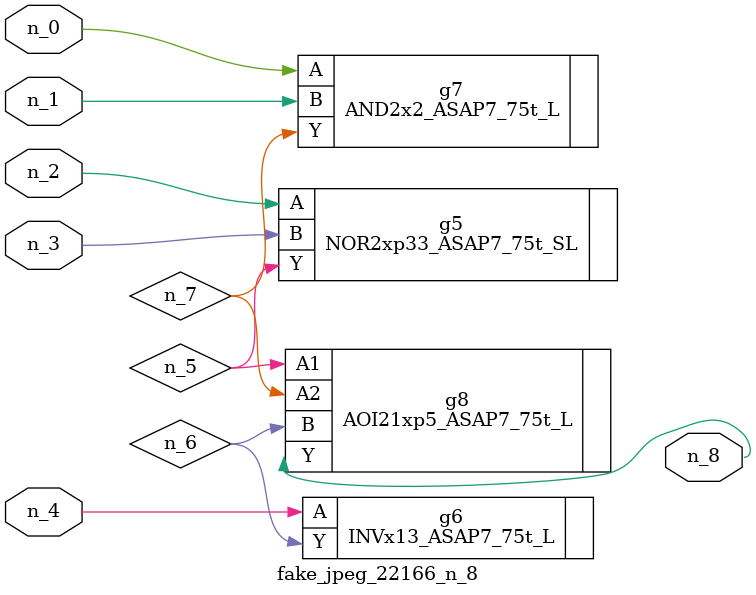
<source format=v>
module fake_jpeg_22166_n_8 (n_3, n_2, n_1, n_0, n_4, n_8);

input n_3;
input n_2;
input n_1;
input n_0;
input n_4;

output n_8;

wire n_6;
wire n_5;
wire n_7;

NOR2xp33_ASAP7_75t_SL g5 ( 
.A(n_2),
.B(n_3),
.Y(n_5)
);

INVx13_ASAP7_75t_L g6 ( 
.A(n_4),
.Y(n_6)
);

AND2x2_ASAP7_75t_L g7 ( 
.A(n_0),
.B(n_1),
.Y(n_7)
);

AOI21xp5_ASAP7_75t_L g8 ( 
.A1(n_5),
.A2(n_7),
.B(n_6),
.Y(n_8)
);


endmodule
</source>
